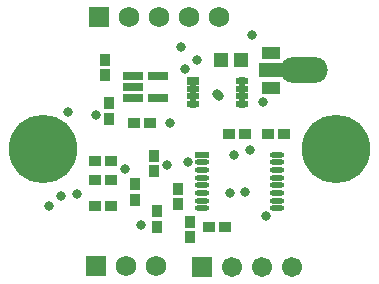
<source format=gts>
%FSLAX23Y23*%
%MOIN*%
G70*
G01*
G75*
G04 Layer_Color=8388736*
G04 Layer_Color=8388736*
%ADD10R,0.028X0.035*%
%ADD11R,0.035X0.028*%
%ADD12R,0.043X0.039*%
%ADD13R,0.073X0.039*%
%ADD14O,0.150X0.079*%
%ADD15R,0.055X0.031*%
%ADD16R,0.057X0.022*%
%ADD17R,0.057X0.022*%
%ADD18R,0.035X0.017*%
%ADD19O,0.035X0.017*%
%ADD20R,0.040X0.012*%
%ADD21O,0.040X0.012*%
%ADD22C,0.009*%
%ADD23C,0.220*%
%ADD24C,0.059*%
%ADD25R,0.059X0.059*%
%ADD26C,0.060*%
%ADD27R,0.060X0.060*%
%ADD28C,0.024*%
%ADD29R,0.087X0.098*%
%ADD30R,0.087X0.098*%
%ADD31R,0.037X0.039*%
%ADD32C,0.004*%
%ADD33C,0.008*%
%ADD34C,0.010*%
%ADD35C,0.005*%
%ADD36C,0.006*%
%ADD37C,0.010*%
%ADD38R,0.036X0.043*%
%ADD39R,0.043X0.036*%
%ADD40R,0.051X0.047*%
%ADD41R,0.081X0.047*%
%ADD42O,0.158X0.087*%
%ADD43R,0.063X0.039*%
%ADD44R,0.065X0.030*%
%ADD45R,0.065X0.030*%
%ADD46R,0.043X0.025*%
%ADD47O,0.043X0.025*%
%ADD48R,0.048X0.020*%
%ADD49O,0.048X0.020*%
%ADD50C,0.228*%
%ADD51C,0.067*%
%ADD52R,0.067X0.067*%
%ADD53C,0.068*%
%ADD54R,0.068X0.068*%
%ADD55C,0.032*%
D38*
X-40Y-134D02*
D03*
Y-186D02*
D03*
X-120Y-24D02*
D03*
Y-76D02*
D03*
X-185Y-171D02*
D03*
Y-119D02*
D03*
X-270Y99D02*
D03*
Y151D02*
D03*
X-110Y-261D02*
D03*
Y-209D02*
D03*
X0Y-244D02*
D03*
Y-296D02*
D03*
X-285Y296D02*
D03*
Y244D02*
D03*
D39*
X-186Y85D02*
D03*
X-134D02*
D03*
X-264Y-105D02*
D03*
X-316D02*
D03*
X129Y50D02*
D03*
X181D02*
D03*
X311D02*
D03*
X259D02*
D03*
X-264Y-190D02*
D03*
X-316D02*
D03*
X64Y-260D02*
D03*
X116D02*
D03*
X-264Y-40D02*
D03*
X-316D02*
D03*
D40*
X168Y295D02*
D03*
X102D02*
D03*
D41*
X270Y261D02*
D03*
D42*
X380D02*
D03*
D43*
X270Y202D02*
D03*
Y320D02*
D03*
D44*
X-192Y242D02*
D03*
D45*
Y205D02*
D03*
Y168D02*
D03*
X-108D02*
D03*
Y242D02*
D03*
D46*
X10Y225D02*
D03*
D47*
Y199D02*
D03*
Y174D02*
D03*
Y148D02*
D03*
X171Y225D02*
D03*
Y199D02*
D03*
Y174D02*
D03*
Y148D02*
D03*
D48*
X40Y-20D02*
D03*
D49*
Y-46D02*
D03*
Y-71D02*
D03*
Y-97D02*
D03*
Y-122D02*
D03*
Y-148D02*
D03*
Y-174D02*
D03*
Y-199D02*
D03*
X290Y-20D02*
D03*
Y-46D02*
D03*
Y-71D02*
D03*
Y-97D02*
D03*
Y-122D02*
D03*
Y-148D02*
D03*
Y-174D02*
D03*
Y-199D02*
D03*
D50*
X-490Y0D02*
D03*
X485D02*
D03*
D51*
X340Y-395D02*
D03*
X240D02*
D03*
X140D02*
D03*
D52*
X40D02*
D03*
D53*
X-115Y-390D02*
D03*
X-215D02*
D03*
X95Y440D02*
D03*
X-5D02*
D03*
X-105D02*
D03*
X-205D02*
D03*
D54*
X-315Y-390D02*
D03*
X-305Y440D02*
D03*
D55*
X182Y-145D02*
D03*
X131Y-148D02*
D03*
X-471Y-190D02*
D03*
X205Y379D02*
D03*
X-377Y-152D02*
D03*
X-164Y-255D02*
D03*
X-77Y-54D02*
D03*
X147Y-20D02*
D03*
X-9Y-46D02*
D03*
X-313Y111D02*
D03*
X21Y296D02*
D03*
X-68Y85D02*
D03*
X243Y157D02*
D03*
X251Y-225D02*
D03*
X198Y-4D02*
D03*
X-408Y122D02*
D03*
X-31Y339D02*
D03*
X95Y174D02*
D03*
X88Y181D02*
D03*
X-430Y-158D02*
D03*
X-218Y-69D02*
D03*
X-18Y265D02*
D03*
M02*

</source>
